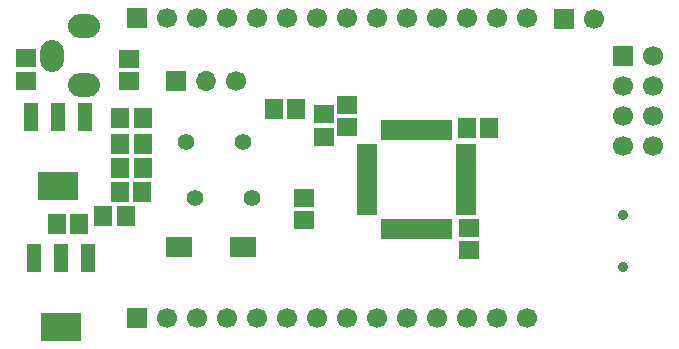
<source format=gbr>
G04 DipTrace 2.3.1.0*
%INTopMask.gbr*%
%MOMM*%
%ADD34C,0.9*%
%ADD42O,2.0X2.7*%
%ADD44O,2.7X2.0*%
%ADD46C,1.419*%
%ADD48O,1.71X1.7*%
%ADD50C,1.7*%
%ADD52R,1.7X1.7*%
%ADD54R,3.45X2.35*%
%ADD56R,1.15X2.35*%
%ADD58R,0.5X1.8*%
%ADD60R,1.8X0.5*%
%ADD62R,2.2X1.8*%
%ADD64R,1.7X1.5*%
%ADD66R,1.5X1.7*%
%FSLAX53Y53*%
G04*
G71*
G90*
G75*
G01*
%LNTopMask*%
%LPD*%
D66*
X-21910Y32070D3*
X-20010D3*
X-21951Y30064D3*
X-20051D3*
X-21910Y36358D3*
X-20010D3*
X-21910Y34135D3*
X-20010D3*
D64*
X7581Y25109D3*
Y27009D3*
D66*
X9318Y35457D3*
X7418D3*
D64*
X-2699Y35564D3*
Y37464D3*
X-6410Y27685D3*
Y29585D3*
X-29890Y39484D3*
Y41384D3*
D66*
X-21471Y27996D3*
X-23371D3*
X-27307Y27392D3*
X-25407D3*
D64*
X-21183Y41337D3*
Y39437D3*
D66*
X-8951Y37052D3*
X-7051D3*
D64*
X-4664Y36636D3*
Y34736D3*
D62*
X-16975Y25398D3*
X-11575D3*
D60*
X-1025Y33865D3*
Y33365D3*
Y32865D3*
Y32365D3*
Y31865D3*
Y31365D3*
Y30865D3*
Y30365D3*
Y29865D3*
Y29365D3*
Y28865D3*
Y28365D3*
D58*
X425Y26915D3*
X925D3*
X1425D3*
X1925D3*
X2425D3*
X2925D3*
X3425D3*
X3925D3*
X4425D3*
X4925D3*
X5425D3*
X5925D3*
D60*
X7375Y28365D3*
Y28865D3*
Y29365D3*
Y29865D3*
Y30365D3*
Y30865D3*
Y31365D3*
Y31865D3*
Y32365D3*
Y32865D3*
Y33365D3*
Y33865D3*
D58*
X5925Y35315D3*
X5425D3*
X4925D3*
X4425D3*
X3925D3*
X3425D3*
X2925D3*
X2425D3*
X1925D3*
X1425D3*
X925D3*
X425D3*
D56*
X-24883Y36374D3*
X-27183D3*
X-29483D3*
D54*
X-27183Y30574D3*
D52*
X15685Y44675D3*
D50*
X18225D3*
D52*
X-17200Y39417D3*
D48*
X-14660D3*
D50*
X-12120D3*
D46*
X-15559Y29570D3*
X-10733D3*
X-16392Y34294D3*
X-11566D3*
D56*
X-24653Y24446D3*
X-26953D3*
X-29253D3*
D54*
X-26953Y18646D3*
D44*
X-25018Y39115D3*
Y44115D3*
D42*
X-27718Y41615D3*
D34*
X20632Y28149D3*
Y23748D3*
D52*
X20610Y41555D3*
D50*
X23150D3*
X20610Y39015D3*
X23150D3*
X20610Y36475D3*
X23150D3*
X20610Y33935D3*
X23150D3*
D52*
X-20510Y19380D3*
D50*
X-17970D3*
X-15430D3*
X-12890D3*
X-10350D3*
X-7810D3*
X-5270D3*
X-2730D3*
X-190D3*
X2350D3*
X4890D3*
X7430D3*
X9970D3*
X12510D3*
D52*
X-20510Y44779D3*
D50*
X-17970D3*
X-15430D3*
X-12890D3*
X-10350D3*
X-7810D3*
X-5270D3*
X-2730D3*
X-190D3*
X2350D3*
X4890D3*
X7430D3*
X9970D3*
X12510D3*
M02*

</source>
